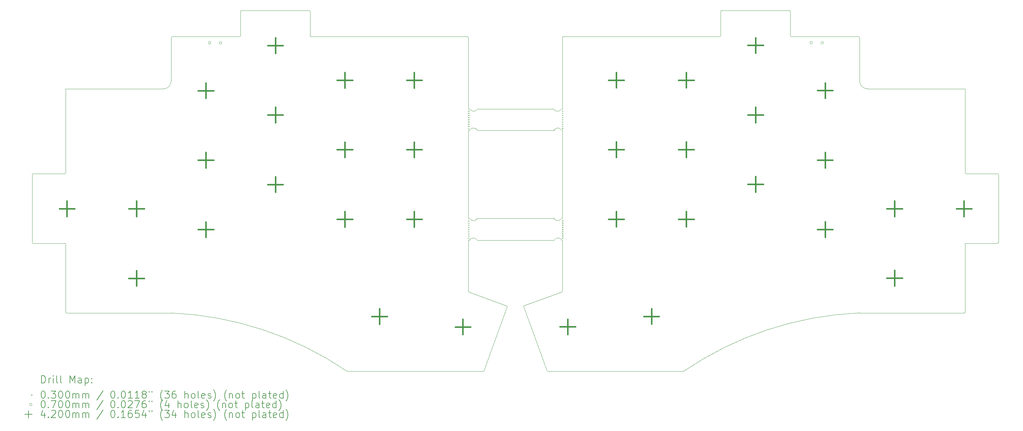
<source format=gbr>
%TF.GenerationSoftware,KiCad,Pcbnew,(6.0.11)*%
%TF.CreationDate,2023-05-08T18:46:19+08:00*%
%TF.ProjectId,DOOOPE,444f4f4f-5045-42e6-9b69-6361645f7063,Rev 1*%
%TF.SameCoordinates,Original*%
%TF.FileFunction,Drillmap*%
%TF.FilePolarity,Positive*%
%FSLAX45Y45*%
G04 Gerber Fmt 4.5, Leading zero omitted, Abs format (unit mm)*
G04 Created by KiCad (PCBNEW (6.0.11)) date 2023-05-08 18:46:19*
%MOMM*%
%LPD*%
G01*
G04 APERTURE LIST*
%ADD10C,0.100000*%
%ADD11C,0.200000*%
%ADD12C,0.030000*%
%ADD13C,0.070000*%
%ADD14C,0.420000*%
G04 APERTURE END LIST*
D10*
X27985893Y-10933742D02*
G75*
G03*
X28010893Y-10906235I-603J25662D01*
G01*
X16068393Y-10853166D02*
G75*
G03*
X15853393Y-10853166I-107500J-53900D01*
G01*
X16063393Y-7848166D02*
G75*
G03*
X15848393Y-7848166I-107500J-53900D01*
G01*
X20385893Y-5283742D02*
G75*
G03*
X20410893Y-5256235I-603J25662D01*
G01*
X2493393Y-12813166D02*
G75*
G03*
X2518393Y-12840666I25597J-1844D01*
G01*
X27070893Y-12838742D02*
G75*
G03*
X27095893Y-12811235I-603J25662D01*
G01*
X22343393Y-5283735D02*
X24183393Y-5283735D01*
X5405893Y-5285662D02*
G75*
G03*
X5378393Y-5310666I-1843J-25598D01*
G01*
X16083393Y-5311235D02*
X16083393Y-7260666D01*
X7245893Y-5285663D02*
G75*
G03*
X7273393Y-5260666I1847J25593D01*
G01*
X2493393Y-12813166D02*
X2493393Y-10963166D01*
X15840893Y-7260666D02*
G75*
G03*
X16055893Y-7260666I107500J53900D01*
G01*
X13505884Y-5313166D02*
G75*
G03*
X13480893Y-5285666I-25594J1846D01*
G01*
X7300893Y-4570662D02*
G75*
G03*
X7273393Y-4595666I-1843J-25598D01*
G01*
X13505893Y-7261916D02*
X13505893Y-5313166D01*
X28010895Y-9058735D02*
G75*
G03*
X27983393Y-9033735I-25655J-595D01*
G01*
X2493384Y-10963166D02*
G75*
G03*
X2468393Y-10935666I-25594J1846D01*
G01*
X13755893Y-7849416D02*
G75*
G03*
X13540893Y-7849416I-107500J-53900D01*
G01*
X16055893Y-7260666D02*
X16083393Y-7260666D01*
X13505893Y-7849416D02*
X13505893Y-10251916D01*
X13908393Y-14438168D02*
G75*
G03*
X13930893Y-14423166I1577J22009D01*
G01*
X27120893Y-10933734D02*
G75*
G03*
X27095893Y-10961235I597J-25657D01*
G01*
X15658393Y-14421235D02*
X15020893Y-12671235D01*
X27070893Y-12838735D02*
X24210893Y-12838735D01*
X13505893Y-10854416D02*
X13535893Y-10854416D01*
X9178384Y-4598166D02*
G75*
G03*
X9153393Y-4570666I-25594J1846D01*
G01*
X19398393Y-14433735D02*
X15680893Y-14436235D01*
X1605893Y-9035662D02*
G75*
G03*
X1578393Y-9060666I-1843J-25598D01*
G01*
X14568393Y-12673166D02*
X13930893Y-14423166D01*
X9178393Y-5258166D02*
G75*
G03*
X9203393Y-5285666I25597J-1844D01*
G01*
X13760893Y-7261916D02*
X15840893Y-7260666D01*
X14568392Y-12673166D02*
G75*
G03*
X14555893Y-12645666I-18952J7976D01*
G01*
X15848393Y-10250666D02*
G75*
G03*
X16063393Y-10250666I107500J53900D01*
G01*
X27095893Y-10961235D02*
X27095893Y-12811235D01*
X22315896Y-5258735D02*
G75*
G03*
X22343393Y-5283735I25654J595D01*
G01*
X15658400Y-14421232D02*
G75*
G03*
X15680893Y-14436235I20920J7002D01*
G01*
X5405893Y-5285666D02*
X7245893Y-5285666D01*
X20435893Y-4568735D02*
X22288393Y-4568735D01*
X5378393Y-6495666D02*
X5378393Y-5310666D01*
X24420893Y-6708735D02*
X27095893Y-6708735D01*
X13755893Y-10251916D02*
X15848393Y-10250666D01*
X2468393Y-10935666D02*
X1603393Y-10935666D01*
X13750893Y-10854416D02*
X15853393Y-10853166D01*
X24210893Y-6493735D02*
G75*
G03*
X24420893Y-6708735I205717J-9125D01*
G01*
X20435893Y-4568734D02*
G75*
G03*
X20410893Y-4596235I597J-25657D01*
G01*
X1578393Y-10908166D02*
X1578393Y-9060666D01*
X13755893Y-7849416D02*
X15848393Y-7848166D01*
X22315893Y-4593735D02*
X22315893Y-5258735D01*
X13548393Y-7261916D02*
G75*
G03*
X13760893Y-7261916I106250J53273D01*
G01*
X24210895Y-5308735D02*
G75*
G03*
X24183393Y-5283735I-25655J-595D01*
G01*
X9203393Y-5285666D02*
X13480893Y-5285666D01*
X2493393Y-6710666D02*
X5168393Y-6710666D01*
X22315895Y-4593735D02*
G75*
G03*
X22288393Y-4568735I-25655J-595D01*
G01*
X2493393Y-9010666D02*
X2493393Y-6710666D01*
X27095896Y-9008735D02*
G75*
G03*
X27123393Y-9033735I25654J595D01*
G01*
X15033390Y-12643727D02*
G75*
G03*
X15020893Y-12671235I6450J-19523D01*
G01*
X24210893Y-5308735D02*
X24210893Y-6493735D01*
X13505893Y-7261916D02*
X13548393Y-7261916D01*
X16108393Y-5283735D02*
X20385893Y-5283735D01*
X16108393Y-5283734D02*
G75*
G03*
X16083393Y-5311235I597J-25657D01*
G01*
X5378393Y-12840666D02*
X2518393Y-12840666D01*
X27985893Y-10933735D02*
X27120893Y-10933735D01*
X1605893Y-9035666D02*
X2465893Y-9035666D01*
X13505893Y-7849416D02*
X13540893Y-7849416D01*
X10190893Y-14435666D02*
G75*
G03*
X5378393Y-12840666I-5200846J-7634471D01*
G01*
X16063393Y-10250666D02*
X16083393Y-10250666D01*
X28010893Y-9058735D02*
X28010893Y-10906235D01*
X20410893Y-5256235D02*
X20410893Y-4596235D01*
X27095893Y-6708735D02*
X27095893Y-9008735D01*
X13505893Y-10854416D02*
X13505893Y-12238166D01*
X13505893Y-10251916D02*
X13540893Y-10251916D01*
X24210893Y-12838735D02*
G75*
G03*
X19398393Y-14433735I388347J-9229475D01*
G01*
X2465893Y-9035663D02*
G75*
G03*
X2493393Y-9010666I1847J25593D01*
G01*
X16063394Y-12266238D02*
G75*
G03*
X16083393Y-12236235I-10414J28608D01*
G01*
X16063393Y-7848166D02*
X16083393Y-7848166D01*
X9178393Y-4598166D02*
X9178393Y-5258166D01*
X13505898Y-12238167D02*
G75*
G03*
X13525893Y-12268166I30922J-1053D01*
G01*
X13750893Y-10854416D02*
G75*
G03*
X13535893Y-10854416I-107500J-53900D01*
G01*
X27123393Y-9033735D02*
X27983393Y-9033735D01*
X16083393Y-10853166D02*
X16083393Y-12236235D01*
X13525893Y-12268166D02*
X14555893Y-12645666D01*
X7300893Y-4570666D02*
X9153393Y-4570666D01*
X7273393Y-5260666D02*
X7273393Y-4595666D01*
X13908393Y-14438166D02*
X10190893Y-14435666D01*
X5168393Y-6710671D02*
G75*
G03*
X5378393Y-6495666I4277J205881D01*
G01*
X13540893Y-10251916D02*
G75*
G03*
X13755893Y-10251916I107500J53900D01*
G01*
X15033393Y-12643735D02*
X16063393Y-12266235D01*
X16083393Y-7848166D02*
X16083393Y-10250666D01*
X16068393Y-10853166D02*
X16083393Y-10853166D01*
X1578393Y-10908166D02*
G75*
G03*
X1603393Y-10935666I25597J-1844D01*
G01*
D11*
D12*
X13500893Y-7304416D02*
X13530893Y-7334416D01*
X13530893Y-7304416D02*
X13500893Y-7334416D01*
X13500893Y-7363791D02*
X13530893Y-7393791D01*
X13530893Y-7363791D02*
X13500893Y-7393791D01*
X13500893Y-7423166D02*
X13530893Y-7453166D01*
X13530893Y-7423166D02*
X13500893Y-7453166D01*
X13500893Y-7482541D02*
X13530893Y-7512541D01*
X13530893Y-7482541D02*
X13500893Y-7512541D01*
X13500893Y-7541916D02*
X13530893Y-7571916D01*
X13530893Y-7541916D02*
X13500893Y-7571916D01*
X13500893Y-7601291D02*
X13530893Y-7631291D01*
X13530893Y-7601291D02*
X13500893Y-7631291D01*
X13500893Y-7660666D02*
X13530893Y-7690666D01*
X13530893Y-7660666D02*
X13500893Y-7690666D01*
X13500893Y-7720041D02*
X13530893Y-7750041D01*
X13530893Y-7720041D02*
X13500893Y-7750041D01*
X13500893Y-7779416D02*
X13530893Y-7809416D01*
X13530893Y-7779416D02*
X13500893Y-7809416D01*
X13500893Y-10304416D02*
X13530893Y-10334416D01*
X13530893Y-10304416D02*
X13500893Y-10334416D01*
X13500893Y-10363791D02*
X13530893Y-10393791D01*
X13530893Y-10363791D02*
X13500893Y-10393791D01*
X13500893Y-10423166D02*
X13530893Y-10453166D01*
X13530893Y-10423166D02*
X13500893Y-10453166D01*
X13500893Y-10482541D02*
X13530893Y-10512541D01*
X13530893Y-10482541D02*
X13500893Y-10512541D01*
X13500893Y-10541916D02*
X13530893Y-10571916D01*
X13530893Y-10541916D02*
X13500893Y-10571916D01*
X13500893Y-10601291D02*
X13530893Y-10631291D01*
X13530893Y-10601291D02*
X13500893Y-10631291D01*
X13500893Y-10660666D02*
X13530893Y-10690666D01*
X13530893Y-10660666D02*
X13500893Y-10690666D01*
X13500893Y-10720041D02*
X13530893Y-10750041D01*
X13530893Y-10720041D02*
X13500893Y-10750041D01*
X13500893Y-10779416D02*
X13530893Y-10809416D01*
X13530893Y-10779416D02*
X13500893Y-10809416D01*
X16070893Y-7304416D02*
X16100893Y-7334416D01*
X16100893Y-7304416D02*
X16070893Y-7334416D01*
X16070893Y-7363791D02*
X16100893Y-7393791D01*
X16100893Y-7363791D02*
X16070893Y-7393791D01*
X16070893Y-7423166D02*
X16100893Y-7453166D01*
X16100893Y-7423166D02*
X16070893Y-7453166D01*
X16070893Y-7482541D02*
X16100893Y-7512541D01*
X16100893Y-7482541D02*
X16070893Y-7512541D01*
X16070893Y-7541916D02*
X16100893Y-7571916D01*
X16100893Y-7541916D02*
X16070893Y-7571916D01*
X16070893Y-7601291D02*
X16100893Y-7631291D01*
X16100893Y-7601291D02*
X16070893Y-7631291D01*
X16070893Y-7660666D02*
X16100893Y-7690666D01*
X16100893Y-7660666D02*
X16070893Y-7690666D01*
X16070893Y-7720041D02*
X16100893Y-7750041D01*
X16100893Y-7720041D02*
X16070893Y-7750041D01*
X16070893Y-7779416D02*
X16100893Y-7809416D01*
X16100893Y-7779416D02*
X16070893Y-7809416D01*
X16070893Y-10304416D02*
X16100893Y-10334416D01*
X16100893Y-10304416D02*
X16070893Y-10334416D01*
X16070893Y-10363791D02*
X16100893Y-10393791D01*
X16100893Y-10363791D02*
X16070893Y-10393791D01*
X16070893Y-10423166D02*
X16100893Y-10453166D01*
X16100893Y-10423166D02*
X16070893Y-10453166D01*
X16070893Y-10482541D02*
X16100893Y-10512541D01*
X16100893Y-10482541D02*
X16070893Y-10512541D01*
X16070893Y-10541916D02*
X16100893Y-10571916D01*
X16100893Y-10541916D02*
X16070893Y-10571916D01*
X16070893Y-10601291D02*
X16100893Y-10631291D01*
X16100893Y-10601291D02*
X16070893Y-10631291D01*
X16070893Y-10660666D02*
X16100893Y-10690666D01*
X16100893Y-10660666D02*
X16070893Y-10690666D01*
X16070893Y-10720041D02*
X16100893Y-10750041D01*
X16100893Y-10720041D02*
X16070893Y-10750041D01*
X16070893Y-10779416D02*
X16100893Y-10809416D01*
X16100893Y-10779416D02*
X16070893Y-10809416D01*
D13*
X6463393Y-5451666D02*
G75*
G03*
X6463393Y-5451666I-35000J0D01*
G01*
X6763393Y-5456666D02*
G75*
G03*
X6763393Y-5456666I-35000J0D01*
G01*
X22920893Y-5449166D02*
G75*
G03*
X22920893Y-5449166I-35000J0D01*
G01*
X23220893Y-5454166D02*
G75*
G03*
X23220893Y-5454166I-35000J0D01*
G01*
D14*
X2528393Y-9780666D02*
X2528393Y-10200666D01*
X2318393Y-9990666D02*
X2738393Y-9990666D01*
X4428393Y-9780666D02*
X4428393Y-10200666D01*
X4218393Y-9990666D02*
X4638393Y-9990666D01*
X4428393Y-11680666D02*
X4428393Y-12100666D01*
X4218393Y-11890666D02*
X4638393Y-11890666D01*
X6328393Y-6550666D02*
X6328393Y-6970666D01*
X6118393Y-6760666D02*
X6538393Y-6760666D01*
X6328393Y-8450666D02*
X6328393Y-8870666D01*
X6118393Y-8660666D02*
X6538393Y-8660666D01*
X6328393Y-10350666D02*
X6328393Y-10770666D01*
X6118393Y-10560666D02*
X6538393Y-10560666D01*
X8228393Y-5315666D02*
X8228393Y-5735666D01*
X8018393Y-5525666D02*
X8438393Y-5525666D01*
X8228393Y-7215666D02*
X8228393Y-7635666D01*
X8018393Y-7425666D02*
X8438393Y-7425666D01*
X8228393Y-9115666D02*
X8228393Y-9535666D01*
X8018393Y-9325666D02*
X8438393Y-9325666D01*
X10128393Y-6265666D02*
X10128393Y-6685666D01*
X9918393Y-6475666D02*
X10338393Y-6475666D01*
X10128393Y-8165666D02*
X10128393Y-8585666D01*
X9918393Y-8375666D02*
X10338393Y-8375666D01*
X10128393Y-10065666D02*
X10128393Y-10485666D01*
X9918393Y-10275666D02*
X10338393Y-10275666D01*
X11078393Y-12725666D02*
X11078393Y-13145666D01*
X10868393Y-12935666D02*
X11288393Y-12935666D01*
X12028393Y-6265666D02*
X12028393Y-6685666D01*
X11818393Y-6475666D02*
X12238393Y-6475666D01*
X12028393Y-8165666D02*
X12028393Y-8585666D01*
X11818393Y-8375666D02*
X12238393Y-8375666D01*
X12028393Y-10065666D02*
X12028393Y-10485666D01*
X11818393Y-10275666D02*
X12238393Y-10275666D01*
X13358393Y-13010666D02*
X13358393Y-13430666D01*
X13148393Y-13220666D02*
X13568393Y-13220666D01*
X16224643Y-13008166D02*
X16224643Y-13428166D01*
X16014643Y-13218166D02*
X16434643Y-13218166D01*
X17554643Y-6263166D02*
X17554643Y-6683166D01*
X17344643Y-6473166D02*
X17764643Y-6473166D01*
X17554643Y-8163166D02*
X17554643Y-8583166D01*
X17344643Y-8373166D02*
X17764643Y-8373166D01*
X17554643Y-10063166D02*
X17554643Y-10483166D01*
X17344643Y-10273166D02*
X17764643Y-10273166D01*
X18515893Y-12723166D02*
X18515893Y-13143166D01*
X18305893Y-12933166D02*
X18725893Y-12933166D01*
X19465893Y-6263166D02*
X19465893Y-6683166D01*
X19255893Y-6473166D02*
X19675893Y-6473166D01*
X19465893Y-8163166D02*
X19465893Y-8583166D01*
X19255893Y-8373166D02*
X19675893Y-8373166D01*
X19465893Y-10063166D02*
X19465893Y-10483166D01*
X19255893Y-10273166D02*
X19675893Y-10273166D01*
X21365893Y-5313166D02*
X21365893Y-5733166D01*
X21155893Y-5523166D02*
X21575893Y-5523166D01*
X21365893Y-7213166D02*
X21365893Y-7633166D01*
X21155893Y-7423166D02*
X21575893Y-7423166D01*
X21365893Y-9113166D02*
X21365893Y-9533166D01*
X21155893Y-9323166D02*
X21575893Y-9323166D01*
X23265893Y-6548166D02*
X23265893Y-6968166D01*
X23055893Y-6758166D02*
X23475893Y-6758166D01*
X23265893Y-8448166D02*
X23265893Y-8868166D01*
X23055893Y-8658166D02*
X23475893Y-8658166D01*
X23265893Y-10348166D02*
X23265893Y-10768166D01*
X23055893Y-10558166D02*
X23475893Y-10558166D01*
X25165893Y-9778166D02*
X25165893Y-10198166D01*
X24955893Y-9988166D02*
X25375893Y-9988166D01*
X25165893Y-11678166D02*
X25165893Y-12098166D01*
X24955893Y-11888166D02*
X25375893Y-11888166D01*
X27065893Y-9778166D02*
X27065893Y-10198166D01*
X26855893Y-9988166D02*
X27275893Y-9988166D01*
D11*
X1830946Y-14753701D02*
X1830946Y-14553701D01*
X1878565Y-14553701D01*
X1907136Y-14563225D01*
X1926184Y-14582272D01*
X1935708Y-14601320D01*
X1945231Y-14639415D01*
X1945231Y-14667987D01*
X1935708Y-14706082D01*
X1926184Y-14725130D01*
X1907136Y-14744177D01*
X1878565Y-14753701D01*
X1830946Y-14753701D01*
X2030946Y-14753701D02*
X2030946Y-14620368D01*
X2030946Y-14658463D02*
X2040469Y-14639415D01*
X2049993Y-14629891D01*
X2069041Y-14620368D01*
X2088089Y-14620368D01*
X2154755Y-14753701D02*
X2154755Y-14620368D01*
X2154755Y-14553701D02*
X2145231Y-14563225D01*
X2154755Y-14572749D01*
X2164279Y-14563225D01*
X2154755Y-14553701D01*
X2154755Y-14572749D01*
X2278565Y-14753701D02*
X2259517Y-14744177D01*
X2249993Y-14725130D01*
X2249993Y-14553701D01*
X2383327Y-14753701D02*
X2364279Y-14744177D01*
X2354755Y-14725130D01*
X2354755Y-14553701D01*
X2611898Y-14753701D02*
X2611898Y-14553701D01*
X2678565Y-14696558D01*
X2745231Y-14553701D01*
X2745231Y-14753701D01*
X2926184Y-14753701D02*
X2926184Y-14648939D01*
X2916660Y-14629891D01*
X2897612Y-14620368D01*
X2859517Y-14620368D01*
X2840469Y-14629891D01*
X2926184Y-14744177D02*
X2907136Y-14753701D01*
X2859517Y-14753701D01*
X2840469Y-14744177D01*
X2830946Y-14725130D01*
X2830946Y-14706082D01*
X2840469Y-14687034D01*
X2859517Y-14677511D01*
X2907136Y-14677511D01*
X2926184Y-14667987D01*
X3021422Y-14620368D02*
X3021422Y-14820368D01*
X3021422Y-14629891D02*
X3040469Y-14620368D01*
X3078565Y-14620368D01*
X3097612Y-14629891D01*
X3107136Y-14639415D01*
X3116660Y-14658463D01*
X3116660Y-14715606D01*
X3107136Y-14734653D01*
X3097612Y-14744177D01*
X3078565Y-14753701D01*
X3040469Y-14753701D01*
X3021422Y-14744177D01*
X3202374Y-14734653D02*
X3211898Y-14744177D01*
X3202374Y-14753701D01*
X3192850Y-14744177D01*
X3202374Y-14734653D01*
X3202374Y-14753701D01*
X3202374Y-14629891D02*
X3211898Y-14639415D01*
X3202374Y-14648939D01*
X3192850Y-14639415D01*
X3202374Y-14629891D01*
X3202374Y-14648939D01*
D12*
X1543327Y-15068225D02*
X1573327Y-15098225D01*
X1573327Y-15068225D02*
X1543327Y-15098225D01*
D11*
X1869041Y-14973701D02*
X1888089Y-14973701D01*
X1907136Y-14983225D01*
X1916660Y-14992749D01*
X1926184Y-15011796D01*
X1935708Y-15049891D01*
X1935708Y-15097511D01*
X1926184Y-15135606D01*
X1916660Y-15154653D01*
X1907136Y-15164177D01*
X1888089Y-15173701D01*
X1869041Y-15173701D01*
X1849993Y-15164177D01*
X1840469Y-15154653D01*
X1830946Y-15135606D01*
X1821422Y-15097511D01*
X1821422Y-15049891D01*
X1830946Y-15011796D01*
X1840469Y-14992749D01*
X1849993Y-14983225D01*
X1869041Y-14973701D01*
X2021422Y-15154653D02*
X2030946Y-15164177D01*
X2021422Y-15173701D01*
X2011898Y-15164177D01*
X2021422Y-15154653D01*
X2021422Y-15173701D01*
X2097612Y-14973701D02*
X2221422Y-14973701D01*
X2154755Y-15049891D01*
X2183327Y-15049891D01*
X2202374Y-15059415D01*
X2211898Y-15068939D01*
X2221422Y-15087987D01*
X2221422Y-15135606D01*
X2211898Y-15154653D01*
X2202374Y-15164177D01*
X2183327Y-15173701D01*
X2126184Y-15173701D01*
X2107136Y-15164177D01*
X2097612Y-15154653D01*
X2345231Y-14973701D02*
X2364279Y-14973701D01*
X2383327Y-14983225D01*
X2392851Y-14992749D01*
X2402374Y-15011796D01*
X2411898Y-15049891D01*
X2411898Y-15097511D01*
X2402374Y-15135606D01*
X2392851Y-15154653D01*
X2383327Y-15164177D01*
X2364279Y-15173701D01*
X2345231Y-15173701D01*
X2326184Y-15164177D01*
X2316660Y-15154653D01*
X2307136Y-15135606D01*
X2297612Y-15097511D01*
X2297612Y-15049891D01*
X2307136Y-15011796D01*
X2316660Y-14992749D01*
X2326184Y-14983225D01*
X2345231Y-14973701D01*
X2535708Y-14973701D02*
X2554755Y-14973701D01*
X2573803Y-14983225D01*
X2583327Y-14992749D01*
X2592851Y-15011796D01*
X2602374Y-15049891D01*
X2602374Y-15097511D01*
X2592851Y-15135606D01*
X2583327Y-15154653D01*
X2573803Y-15164177D01*
X2554755Y-15173701D01*
X2535708Y-15173701D01*
X2516660Y-15164177D01*
X2507136Y-15154653D01*
X2497612Y-15135606D01*
X2488089Y-15097511D01*
X2488089Y-15049891D01*
X2497612Y-15011796D01*
X2507136Y-14992749D01*
X2516660Y-14983225D01*
X2535708Y-14973701D01*
X2688089Y-15173701D02*
X2688089Y-15040368D01*
X2688089Y-15059415D02*
X2697612Y-15049891D01*
X2716660Y-15040368D01*
X2745231Y-15040368D01*
X2764279Y-15049891D01*
X2773803Y-15068939D01*
X2773803Y-15173701D01*
X2773803Y-15068939D02*
X2783327Y-15049891D01*
X2802374Y-15040368D01*
X2830946Y-15040368D01*
X2849993Y-15049891D01*
X2859517Y-15068939D01*
X2859517Y-15173701D01*
X2954755Y-15173701D02*
X2954755Y-15040368D01*
X2954755Y-15059415D02*
X2964279Y-15049891D01*
X2983327Y-15040368D01*
X3011898Y-15040368D01*
X3030946Y-15049891D01*
X3040469Y-15068939D01*
X3040469Y-15173701D01*
X3040469Y-15068939D02*
X3049993Y-15049891D01*
X3069041Y-15040368D01*
X3097612Y-15040368D01*
X3116660Y-15049891D01*
X3126184Y-15068939D01*
X3126184Y-15173701D01*
X3516660Y-14964177D02*
X3345231Y-15221320D01*
X3773803Y-14973701D02*
X3792850Y-14973701D01*
X3811898Y-14983225D01*
X3821422Y-14992749D01*
X3830946Y-15011796D01*
X3840469Y-15049891D01*
X3840469Y-15097511D01*
X3830946Y-15135606D01*
X3821422Y-15154653D01*
X3811898Y-15164177D01*
X3792850Y-15173701D01*
X3773803Y-15173701D01*
X3754755Y-15164177D01*
X3745231Y-15154653D01*
X3735708Y-15135606D01*
X3726184Y-15097511D01*
X3726184Y-15049891D01*
X3735708Y-15011796D01*
X3745231Y-14992749D01*
X3754755Y-14983225D01*
X3773803Y-14973701D01*
X3926184Y-15154653D02*
X3935708Y-15164177D01*
X3926184Y-15173701D01*
X3916660Y-15164177D01*
X3926184Y-15154653D01*
X3926184Y-15173701D01*
X4059517Y-14973701D02*
X4078565Y-14973701D01*
X4097612Y-14983225D01*
X4107136Y-14992749D01*
X4116660Y-15011796D01*
X4126184Y-15049891D01*
X4126184Y-15097511D01*
X4116660Y-15135606D01*
X4107136Y-15154653D01*
X4097612Y-15164177D01*
X4078565Y-15173701D01*
X4059517Y-15173701D01*
X4040469Y-15164177D01*
X4030946Y-15154653D01*
X4021422Y-15135606D01*
X4011898Y-15097511D01*
X4011898Y-15049891D01*
X4021422Y-15011796D01*
X4030946Y-14992749D01*
X4040469Y-14983225D01*
X4059517Y-14973701D01*
X4316660Y-15173701D02*
X4202374Y-15173701D01*
X4259517Y-15173701D02*
X4259517Y-14973701D01*
X4240470Y-15002272D01*
X4221422Y-15021320D01*
X4202374Y-15030844D01*
X4507136Y-15173701D02*
X4392851Y-15173701D01*
X4449993Y-15173701D02*
X4449993Y-14973701D01*
X4430946Y-15002272D01*
X4411898Y-15021320D01*
X4392851Y-15030844D01*
X4621422Y-15059415D02*
X4602374Y-15049891D01*
X4592851Y-15040368D01*
X4583327Y-15021320D01*
X4583327Y-15011796D01*
X4592851Y-14992749D01*
X4602374Y-14983225D01*
X4621422Y-14973701D01*
X4659517Y-14973701D01*
X4678565Y-14983225D01*
X4688089Y-14992749D01*
X4697612Y-15011796D01*
X4697612Y-15021320D01*
X4688089Y-15040368D01*
X4678565Y-15049891D01*
X4659517Y-15059415D01*
X4621422Y-15059415D01*
X4602374Y-15068939D01*
X4592851Y-15078463D01*
X4583327Y-15097511D01*
X4583327Y-15135606D01*
X4592851Y-15154653D01*
X4602374Y-15164177D01*
X4621422Y-15173701D01*
X4659517Y-15173701D01*
X4678565Y-15164177D01*
X4688089Y-15154653D01*
X4697612Y-15135606D01*
X4697612Y-15097511D01*
X4688089Y-15078463D01*
X4678565Y-15068939D01*
X4659517Y-15059415D01*
X4773803Y-14973701D02*
X4773803Y-15011796D01*
X4849993Y-14973701D02*
X4849993Y-15011796D01*
X5145231Y-15249891D02*
X5135708Y-15240368D01*
X5116660Y-15211796D01*
X5107136Y-15192749D01*
X5097612Y-15164177D01*
X5088089Y-15116558D01*
X5088089Y-15078463D01*
X5097612Y-15030844D01*
X5107136Y-15002272D01*
X5116660Y-14983225D01*
X5135708Y-14954653D01*
X5145231Y-14945130D01*
X5202374Y-14973701D02*
X5326184Y-14973701D01*
X5259517Y-15049891D01*
X5288089Y-15049891D01*
X5307136Y-15059415D01*
X5316660Y-15068939D01*
X5326184Y-15087987D01*
X5326184Y-15135606D01*
X5316660Y-15154653D01*
X5307136Y-15164177D01*
X5288089Y-15173701D01*
X5230946Y-15173701D01*
X5211898Y-15164177D01*
X5202374Y-15154653D01*
X5497612Y-14973701D02*
X5459517Y-14973701D01*
X5440470Y-14983225D01*
X5430946Y-14992749D01*
X5411898Y-15021320D01*
X5402374Y-15059415D01*
X5402374Y-15135606D01*
X5411898Y-15154653D01*
X5421422Y-15164177D01*
X5440470Y-15173701D01*
X5478565Y-15173701D01*
X5497612Y-15164177D01*
X5507136Y-15154653D01*
X5516660Y-15135606D01*
X5516660Y-15087987D01*
X5507136Y-15068939D01*
X5497612Y-15059415D01*
X5478565Y-15049891D01*
X5440470Y-15049891D01*
X5421422Y-15059415D01*
X5411898Y-15068939D01*
X5402374Y-15087987D01*
X5754755Y-15173701D02*
X5754755Y-14973701D01*
X5840469Y-15173701D02*
X5840469Y-15068939D01*
X5830946Y-15049891D01*
X5811898Y-15040368D01*
X5783327Y-15040368D01*
X5764279Y-15049891D01*
X5754755Y-15059415D01*
X5964279Y-15173701D02*
X5945231Y-15164177D01*
X5935708Y-15154653D01*
X5926184Y-15135606D01*
X5926184Y-15078463D01*
X5935708Y-15059415D01*
X5945231Y-15049891D01*
X5964279Y-15040368D01*
X5992850Y-15040368D01*
X6011898Y-15049891D01*
X6021422Y-15059415D01*
X6030946Y-15078463D01*
X6030946Y-15135606D01*
X6021422Y-15154653D01*
X6011898Y-15164177D01*
X5992850Y-15173701D01*
X5964279Y-15173701D01*
X6145231Y-15173701D02*
X6126184Y-15164177D01*
X6116660Y-15145130D01*
X6116660Y-14973701D01*
X6297612Y-15164177D02*
X6278565Y-15173701D01*
X6240469Y-15173701D01*
X6221422Y-15164177D01*
X6211898Y-15145130D01*
X6211898Y-15068939D01*
X6221422Y-15049891D01*
X6240469Y-15040368D01*
X6278565Y-15040368D01*
X6297612Y-15049891D01*
X6307136Y-15068939D01*
X6307136Y-15087987D01*
X6211898Y-15107034D01*
X6383327Y-15164177D02*
X6402374Y-15173701D01*
X6440469Y-15173701D01*
X6459517Y-15164177D01*
X6469041Y-15145130D01*
X6469041Y-15135606D01*
X6459517Y-15116558D01*
X6440469Y-15107034D01*
X6411898Y-15107034D01*
X6392850Y-15097511D01*
X6383327Y-15078463D01*
X6383327Y-15068939D01*
X6392850Y-15049891D01*
X6411898Y-15040368D01*
X6440469Y-15040368D01*
X6459517Y-15049891D01*
X6535708Y-15249891D02*
X6545231Y-15240368D01*
X6564279Y-15211796D01*
X6573803Y-15192749D01*
X6583327Y-15164177D01*
X6592850Y-15116558D01*
X6592850Y-15078463D01*
X6583327Y-15030844D01*
X6573803Y-15002272D01*
X6564279Y-14983225D01*
X6545231Y-14954653D01*
X6535708Y-14945130D01*
X6897612Y-15249891D02*
X6888089Y-15240368D01*
X6869041Y-15211796D01*
X6859517Y-15192749D01*
X6849993Y-15164177D01*
X6840469Y-15116558D01*
X6840469Y-15078463D01*
X6849993Y-15030844D01*
X6859517Y-15002272D01*
X6869041Y-14983225D01*
X6888089Y-14954653D01*
X6897612Y-14945130D01*
X6973803Y-15040368D02*
X6973803Y-15173701D01*
X6973803Y-15059415D02*
X6983327Y-15049891D01*
X7002374Y-15040368D01*
X7030946Y-15040368D01*
X7049993Y-15049891D01*
X7059517Y-15068939D01*
X7059517Y-15173701D01*
X7183327Y-15173701D02*
X7164279Y-15164177D01*
X7154755Y-15154653D01*
X7145231Y-15135606D01*
X7145231Y-15078463D01*
X7154755Y-15059415D01*
X7164279Y-15049891D01*
X7183327Y-15040368D01*
X7211898Y-15040368D01*
X7230946Y-15049891D01*
X7240469Y-15059415D01*
X7249993Y-15078463D01*
X7249993Y-15135606D01*
X7240469Y-15154653D01*
X7230946Y-15164177D01*
X7211898Y-15173701D01*
X7183327Y-15173701D01*
X7307136Y-15040368D02*
X7383327Y-15040368D01*
X7335708Y-14973701D02*
X7335708Y-15145130D01*
X7345231Y-15164177D01*
X7364279Y-15173701D01*
X7383327Y-15173701D01*
X7602374Y-15040368D02*
X7602374Y-15240368D01*
X7602374Y-15049891D02*
X7621422Y-15040368D01*
X7659517Y-15040368D01*
X7678565Y-15049891D01*
X7688089Y-15059415D01*
X7697612Y-15078463D01*
X7697612Y-15135606D01*
X7688089Y-15154653D01*
X7678565Y-15164177D01*
X7659517Y-15173701D01*
X7621422Y-15173701D01*
X7602374Y-15164177D01*
X7811898Y-15173701D02*
X7792850Y-15164177D01*
X7783327Y-15145130D01*
X7783327Y-14973701D01*
X7973803Y-15173701D02*
X7973803Y-15068939D01*
X7964279Y-15049891D01*
X7945231Y-15040368D01*
X7907136Y-15040368D01*
X7888089Y-15049891D01*
X7973803Y-15164177D02*
X7954755Y-15173701D01*
X7907136Y-15173701D01*
X7888089Y-15164177D01*
X7878565Y-15145130D01*
X7878565Y-15126082D01*
X7888089Y-15107034D01*
X7907136Y-15097511D01*
X7954755Y-15097511D01*
X7973803Y-15087987D01*
X8040469Y-15040368D02*
X8116660Y-15040368D01*
X8069041Y-14973701D02*
X8069041Y-15145130D01*
X8078565Y-15164177D01*
X8097612Y-15173701D01*
X8116660Y-15173701D01*
X8259517Y-15164177D02*
X8240469Y-15173701D01*
X8202374Y-15173701D01*
X8183327Y-15164177D01*
X8173803Y-15145130D01*
X8173803Y-15068939D01*
X8183327Y-15049891D01*
X8202374Y-15040368D01*
X8240469Y-15040368D01*
X8259517Y-15049891D01*
X8269041Y-15068939D01*
X8269041Y-15087987D01*
X8173803Y-15107034D01*
X8440470Y-15173701D02*
X8440470Y-14973701D01*
X8440470Y-15164177D02*
X8421422Y-15173701D01*
X8383327Y-15173701D01*
X8364279Y-15164177D01*
X8354755Y-15154653D01*
X8345231Y-15135606D01*
X8345231Y-15078463D01*
X8354755Y-15059415D01*
X8364279Y-15049891D01*
X8383327Y-15040368D01*
X8421422Y-15040368D01*
X8440470Y-15049891D01*
X8516660Y-15249891D02*
X8526184Y-15240368D01*
X8545231Y-15211796D01*
X8554755Y-15192749D01*
X8564279Y-15164177D01*
X8573803Y-15116558D01*
X8573803Y-15078463D01*
X8564279Y-15030844D01*
X8554755Y-15002272D01*
X8545231Y-14983225D01*
X8526184Y-14954653D01*
X8516660Y-14945130D01*
D13*
X1573327Y-15347225D02*
G75*
G03*
X1573327Y-15347225I-35000J0D01*
G01*
D11*
X1869041Y-15237701D02*
X1888089Y-15237701D01*
X1907136Y-15247225D01*
X1916660Y-15256749D01*
X1926184Y-15275796D01*
X1935708Y-15313891D01*
X1935708Y-15361511D01*
X1926184Y-15399606D01*
X1916660Y-15418653D01*
X1907136Y-15428177D01*
X1888089Y-15437701D01*
X1869041Y-15437701D01*
X1849993Y-15428177D01*
X1840469Y-15418653D01*
X1830946Y-15399606D01*
X1821422Y-15361511D01*
X1821422Y-15313891D01*
X1830946Y-15275796D01*
X1840469Y-15256749D01*
X1849993Y-15247225D01*
X1869041Y-15237701D01*
X2021422Y-15418653D02*
X2030946Y-15428177D01*
X2021422Y-15437701D01*
X2011898Y-15428177D01*
X2021422Y-15418653D01*
X2021422Y-15437701D01*
X2097612Y-15237701D02*
X2230946Y-15237701D01*
X2145231Y-15437701D01*
X2345231Y-15237701D02*
X2364279Y-15237701D01*
X2383327Y-15247225D01*
X2392851Y-15256749D01*
X2402374Y-15275796D01*
X2411898Y-15313891D01*
X2411898Y-15361511D01*
X2402374Y-15399606D01*
X2392851Y-15418653D01*
X2383327Y-15428177D01*
X2364279Y-15437701D01*
X2345231Y-15437701D01*
X2326184Y-15428177D01*
X2316660Y-15418653D01*
X2307136Y-15399606D01*
X2297612Y-15361511D01*
X2297612Y-15313891D01*
X2307136Y-15275796D01*
X2316660Y-15256749D01*
X2326184Y-15247225D01*
X2345231Y-15237701D01*
X2535708Y-15237701D02*
X2554755Y-15237701D01*
X2573803Y-15247225D01*
X2583327Y-15256749D01*
X2592851Y-15275796D01*
X2602374Y-15313891D01*
X2602374Y-15361511D01*
X2592851Y-15399606D01*
X2583327Y-15418653D01*
X2573803Y-15428177D01*
X2554755Y-15437701D01*
X2535708Y-15437701D01*
X2516660Y-15428177D01*
X2507136Y-15418653D01*
X2497612Y-15399606D01*
X2488089Y-15361511D01*
X2488089Y-15313891D01*
X2497612Y-15275796D01*
X2507136Y-15256749D01*
X2516660Y-15247225D01*
X2535708Y-15237701D01*
X2688089Y-15437701D02*
X2688089Y-15304368D01*
X2688089Y-15323415D02*
X2697612Y-15313891D01*
X2716660Y-15304368D01*
X2745231Y-15304368D01*
X2764279Y-15313891D01*
X2773803Y-15332939D01*
X2773803Y-15437701D01*
X2773803Y-15332939D02*
X2783327Y-15313891D01*
X2802374Y-15304368D01*
X2830946Y-15304368D01*
X2849993Y-15313891D01*
X2859517Y-15332939D01*
X2859517Y-15437701D01*
X2954755Y-15437701D02*
X2954755Y-15304368D01*
X2954755Y-15323415D02*
X2964279Y-15313891D01*
X2983327Y-15304368D01*
X3011898Y-15304368D01*
X3030946Y-15313891D01*
X3040469Y-15332939D01*
X3040469Y-15437701D01*
X3040469Y-15332939D02*
X3049993Y-15313891D01*
X3069041Y-15304368D01*
X3097612Y-15304368D01*
X3116660Y-15313891D01*
X3126184Y-15332939D01*
X3126184Y-15437701D01*
X3516660Y-15228177D02*
X3345231Y-15485320D01*
X3773803Y-15237701D02*
X3792850Y-15237701D01*
X3811898Y-15247225D01*
X3821422Y-15256749D01*
X3830946Y-15275796D01*
X3840469Y-15313891D01*
X3840469Y-15361511D01*
X3830946Y-15399606D01*
X3821422Y-15418653D01*
X3811898Y-15428177D01*
X3792850Y-15437701D01*
X3773803Y-15437701D01*
X3754755Y-15428177D01*
X3745231Y-15418653D01*
X3735708Y-15399606D01*
X3726184Y-15361511D01*
X3726184Y-15313891D01*
X3735708Y-15275796D01*
X3745231Y-15256749D01*
X3754755Y-15247225D01*
X3773803Y-15237701D01*
X3926184Y-15418653D02*
X3935708Y-15428177D01*
X3926184Y-15437701D01*
X3916660Y-15428177D01*
X3926184Y-15418653D01*
X3926184Y-15437701D01*
X4059517Y-15237701D02*
X4078565Y-15237701D01*
X4097612Y-15247225D01*
X4107136Y-15256749D01*
X4116660Y-15275796D01*
X4126184Y-15313891D01*
X4126184Y-15361511D01*
X4116660Y-15399606D01*
X4107136Y-15418653D01*
X4097612Y-15428177D01*
X4078565Y-15437701D01*
X4059517Y-15437701D01*
X4040469Y-15428177D01*
X4030946Y-15418653D01*
X4021422Y-15399606D01*
X4011898Y-15361511D01*
X4011898Y-15313891D01*
X4021422Y-15275796D01*
X4030946Y-15256749D01*
X4040469Y-15247225D01*
X4059517Y-15237701D01*
X4202374Y-15256749D02*
X4211898Y-15247225D01*
X4230946Y-15237701D01*
X4278565Y-15237701D01*
X4297612Y-15247225D01*
X4307136Y-15256749D01*
X4316660Y-15275796D01*
X4316660Y-15294844D01*
X4307136Y-15323415D01*
X4192850Y-15437701D01*
X4316660Y-15437701D01*
X4383327Y-15237701D02*
X4516660Y-15237701D01*
X4430946Y-15437701D01*
X4678565Y-15237701D02*
X4640470Y-15237701D01*
X4621422Y-15247225D01*
X4611898Y-15256749D01*
X4592851Y-15285320D01*
X4583327Y-15323415D01*
X4583327Y-15399606D01*
X4592851Y-15418653D01*
X4602374Y-15428177D01*
X4621422Y-15437701D01*
X4659517Y-15437701D01*
X4678565Y-15428177D01*
X4688089Y-15418653D01*
X4697612Y-15399606D01*
X4697612Y-15351987D01*
X4688089Y-15332939D01*
X4678565Y-15323415D01*
X4659517Y-15313891D01*
X4621422Y-15313891D01*
X4602374Y-15323415D01*
X4592851Y-15332939D01*
X4583327Y-15351987D01*
X4773803Y-15237701D02*
X4773803Y-15275796D01*
X4849993Y-15237701D02*
X4849993Y-15275796D01*
X5145231Y-15513891D02*
X5135708Y-15504368D01*
X5116660Y-15475796D01*
X5107136Y-15456749D01*
X5097612Y-15428177D01*
X5088089Y-15380558D01*
X5088089Y-15342463D01*
X5097612Y-15294844D01*
X5107136Y-15266272D01*
X5116660Y-15247225D01*
X5135708Y-15218653D01*
X5145231Y-15209130D01*
X5307136Y-15304368D02*
X5307136Y-15437701D01*
X5259517Y-15228177D02*
X5211898Y-15371034D01*
X5335708Y-15371034D01*
X5564279Y-15437701D02*
X5564279Y-15237701D01*
X5649993Y-15437701D02*
X5649993Y-15332939D01*
X5640469Y-15313891D01*
X5621422Y-15304368D01*
X5592850Y-15304368D01*
X5573803Y-15313891D01*
X5564279Y-15323415D01*
X5773803Y-15437701D02*
X5754755Y-15428177D01*
X5745231Y-15418653D01*
X5735708Y-15399606D01*
X5735708Y-15342463D01*
X5745231Y-15323415D01*
X5754755Y-15313891D01*
X5773803Y-15304368D01*
X5802374Y-15304368D01*
X5821422Y-15313891D01*
X5830946Y-15323415D01*
X5840469Y-15342463D01*
X5840469Y-15399606D01*
X5830946Y-15418653D01*
X5821422Y-15428177D01*
X5802374Y-15437701D01*
X5773803Y-15437701D01*
X5954755Y-15437701D02*
X5935708Y-15428177D01*
X5926184Y-15409130D01*
X5926184Y-15237701D01*
X6107136Y-15428177D02*
X6088089Y-15437701D01*
X6049993Y-15437701D01*
X6030946Y-15428177D01*
X6021422Y-15409130D01*
X6021422Y-15332939D01*
X6030946Y-15313891D01*
X6049993Y-15304368D01*
X6088089Y-15304368D01*
X6107136Y-15313891D01*
X6116660Y-15332939D01*
X6116660Y-15351987D01*
X6021422Y-15371034D01*
X6192850Y-15428177D02*
X6211898Y-15437701D01*
X6249993Y-15437701D01*
X6269041Y-15428177D01*
X6278565Y-15409130D01*
X6278565Y-15399606D01*
X6269041Y-15380558D01*
X6249993Y-15371034D01*
X6221422Y-15371034D01*
X6202374Y-15361511D01*
X6192850Y-15342463D01*
X6192850Y-15332939D01*
X6202374Y-15313891D01*
X6221422Y-15304368D01*
X6249993Y-15304368D01*
X6269041Y-15313891D01*
X6345231Y-15513891D02*
X6354755Y-15504368D01*
X6373803Y-15475796D01*
X6383327Y-15456749D01*
X6392850Y-15428177D01*
X6402374Y-15380558D01*
X6402374Y-15342463D01*
X6392850Y-15294844D01*
X6383327Y-15266272D01*
X6373803Y-15247225D01*
X6354755Y-15218653D01*
X6345231Y-15209130D01*
X6707136Y-15513891D02*
X6697612Y-15504368D01*
X6678565Y-15475796D01*
X6669041Y-15456749D01*
X6659517Y-15428177D01*
X6649993Y-15380558D01*
X6649993Y-15342463D01*
X6659517Y-15294844D01*
X6669041Y-15266272D01*
X6678565Y-15247225D01*
X6697612Y-15218653D01*
X6707136Y-15209130D01*
X6783327Y-15304368D02*
X6783327Y-15437701D01*
X6783327Y-15323415D02*
X6792850Y-15313891D01*
X6811898Y-15304368D01*
X6840469Y-15304368D01*
X6859517Y-15313891D01*
X6869041Y-15332939D01*
X6869041Y-15437701D01*
X6992850Y-15437701D02*
X6973803Y-15428177D01*
X6964279Y-15418653D01*
X6954755Y-15399606D01*
X6954755Y-15342463D01*
X6964279Y-15323415D01*
X6973803Y-15313891D01*
X6992850Y-15304368D01*
X7021422Y-15304368D01*
X7040469Y-15313891D01*
X7049993Y-15323415D01*
X7059517Y-15342463D01*
X7059517Y-15399606D01*
X7049993Y-15418653D01*
X7040469Y-15428177D01*
X7021422Y-15437701D01*
X6992850Y-15437701D01*
X7116660Y-15304368D02*
X7192850Y-15304368D01*
X7145231Y-15237701D02*
X7145231Y-15409130D01*
X7154755Y-15428177D01*
X7173803Y-15437701D01*
X7192850Y-15437701D01*
X7411898Y-15304368D02*
X7411898Y-15504368D01*
X7411898Y-15313891D02*
X7430946Y-15304368D01*
X7469041Y-15304368D01*
X7488089Y-15313891D01*
X7497612Y-15323415D01*
X7507136Y-15342463D01*
X7507136Y-15399606D01*
X7497612Y-15418653D01*
X7488089Y-15428177D01*
X7469041Y-15437701D01*
X7430946Y-15437701D01*
X7411898Y-15428177D01*
X7621422Y-15437701D02*
X7602374Y-15428177D01*
X7592850Y-15409130D01*
X7592850Y-15237701D01*
X7783327Y-15437701D02*
X7783327Y-15332939D01*
X7773803Y-15313891D01*
X7754755Y-15304368D01*
X7716660Y-15304368D01*
X7697612Y-15313891D01*
X7783327Y-15428177D02*
X7764279Y-15437701D01*
X7716660Y-15437701D01*
X7697612Y-15428177D01*
X7688089Y-15409130D01*
X7688089Y-15390082D01*
X7697612Y-15371034D01*
X7716660Y-15361511D01*
X7764279Y-15361511D01*
X7783327Y-15351987D01*
X7849993Y-15304368D02*
X7926184Y-15304368D01*
X7878565Y-15237701D02*
X7878565Y-15409130D01*
X7888089Y-15428177D01*
X7907136Y-15437701D01*
X7926184Y-15437701D01*
X8069041Y-15428177D02*
X8049993Y-15437701D01*
X8011898Y-15437701D01*
X7992850Y-15428177D01*
X7983327Y-15409130D01*
X7983327Y-15332939D01*
X7992850Y-15313891D01*
X8011898Y-15304368D01*
X8049993Y-15304368D01*
X8069041Y-15313891D01*
X8078565Y-15332939D01*
X8078565Y-15351987D01*
X7983327Y-15371034D01*
X8249993Y-15437701D02*
X8249993Y-15237701D01*
X8249993Y-15428177D02*
X8230946Y-15437701D01*
X8192850Y-15437701D01*
X8173803Y-15428177D01*
X8164279Y-15418653D01*
X8154755Y-15399606D01*
X8154755Y-15342463D01*
X8164279Y-15323415D01*
X8173803Y-15313891D01*
X8192850Y-15304368D01*
X8230946Y-15304368D01*
X8249993Y-15313891D01*
X8326184Y-15513891D02*
X8335708Y-15504368D01*
X8354755Y-15475796D01*
X8364279Y-15456749D01*
X8373803Y-15428177D01*
X8383327Y-15380558D01*
X8383327Y-15342463D01*
X8373803Y-15294844D01*
X8364279Y-15266272D01*
X8354755Y-15247225D01*
X8335708Y-15218653D01*
X8326184Y-15209130D01*
X1473327Y-15511225D02*
X1473327Y-15711225D01*
X1373327Y-15611225D02*
X1573327Y-15611225D01*
X1916660Y-15568368D02*
X1916660Y-15701701D01*
X1869041Y-15492177D02*
X1821422Y-15635034D01*
X1945231Y-15635034D01*
X2021422Y-15682653D02*
X2030946Y-15692177D01*
X2021422Y-15701701D01*
X2011898Y-15692177D01*
X2021422Y-15682653D01*
X2021422Y-15701701D01*
X2107136Y-15520749D02*
X2116660Y-15511225D01*
X2135708Y-15501701D01*
X2183327Y-15501701D01*
X2202374Y-15511225D01*
X2211898Y-15520749D01*
X2221422Y-15539796D01*
X2221422Y-15558844D01*
X2211898Y-15587415D01*
X2097612Y-15701701D01*
X2221422Y-15701701D01*
X2345231Y-15501701D02*
X2364279Y-15501701D01*
X2383327Y-15511225D01*
X2392851Y-15520749D01*
X2402374Y-15539796D01*
X2411898Y-15577891D01*
X2411898Y-15625511D01*
X2402374Y-15663606D01*
X2392851Y-15682653D01*
X2383327Y-15692177D01*
X2364279Y-15701701D01*
X2345231Y-15701701D01*
X2326184Y-15692177D01*
X2316660Y-15682653D01*
X2307136Y-15663606D01*
X2297612Y-15625511D01*
X2297612Y-15577891D01*
X2307136Y-15539796D01*
X2316660Y-15520749D01*
X2326184Y-15511225D01*
X2345231Y-15501701D01*
X2535708Y-15501701D02*
X2554755Y-15501701D01*
X2573803Y-15511225D01*
X2583327Y-15520749D01*
X2592851Y-15539796D01*
X2602374Y-15577891D01*
X2602374Y-15625511D01*
X2592851Y-15663606D01*
X2583327Y-15682653D01*
X2573803Y-15692177D01*
X2554755Y-15701701D01*
X2535708Y-15701701D01*
X2516660Y-15692177D01*
X2507136Y-15682653D01*
X2497612Y-15663606D01*
X2488089Y-15625511D01*
X2488089Y-15577891D01*
X2497612Y-15539796D01*
X2507136Y-15520749D01*
X2516660Y-15511225D01*
X2535708Y-15501701D01*
X2688089Y-15701701D02*
X2688089Y-15568368D01*
X2688089Y-15587415D02*
X2697612Y-15577891D01*
X2716660Y-15568368D01*
X2745231Y-15568368D01*
X2764279Y-15577891D01*
X2773803Y-15596939D01*
X2773803Y-15701701D01*
X2773803Y-15596939D02*
X2783327Y-15577891D01*
X2802374Y-15568368D01*
X2830946Y-15568368D01*
X2849993Y-15577891D01*
X2859517Y-15596939D01*
X2859517Y-15701701D01*
X2954755Y-15701701D02*
X2954755Y-15568368D01*
X2954755Y-15587415D02*
X2964279Y-15577891D01*
X2983327Y-15568368D01*
X3011898Y-15568368D01*
X3030946Y-15577891D01*
X3040469Y-15596939D01*
X3040469Y-15701701D01*
X3040469Y-15596939D02*
X3049993Y-15577891D01*
X3069041Y-15568368D01*
X3097612Y-15568368D01*
X3116660Y-15577891D01*
X3126184Y-15596939D01*
X3126184Y-15701701D01*
X3516660Y-15492177D02*
X3345231Y-15749320D01*
X3773803Y-15501701D02*
X3792850Y-15501701D01*
X3811898Y-15511225D01*
X3821422Y-15520749D01*
X3830946Y-15539796D01*
X3840469Y-15577891D01*
X3840469Y-15625511D01*
X3830946Y-15663606D01*
X3821422Y-15682653D01*
X3811898Y-15692177D01*
X3792850Y-15701701D01*
X3773803Y-15701701D01*
X3754755Y-15692177D01*
X3745231Y-15682653D01*
X3735708Y-15663606D01*
X3726184Y-15625511D01*
X3726184Y-15577891D01*
X3735708Y-15539796D01*
X3745231Y-15520749D01*
X3754755Y-15511225D01*
X3773803Y-15501701D01*
X3926184Y-15682653D02*
X3935708Y-15692177D01*
X3926184Y-15701701D01*
X3916660Y-15692177D01*
X3926184Y-15682653D01*
X3926184Y-15701701D01*
X4126184Y-15701701D02*
X4011898Y-15701701D01*
X4069041Y-15701701D02*
X4069041Y-15501701D01*
X4049993Y-15530272D01*
X4030946Y-15549320D01*
X4011898Y-15558844D01*
X4297612Y-15501701D02*
X4259517Y-15501701D01*
X4240470Y-15511225D01*
X4230946Y-15520749D01*
X4211898Y-15549320D01*
X4202374Y-15587415D01*
X4202374Y-15663606D01*
X4211898Y-15682653D01*
X4221422Y-15692177D01*
X4240470Y-15701701D01*
X4278565Y-15701701D01*
X4297612Y-15692177D01*
X4307136Y-15682653D01*
X4316660Y-15663606D01*
X4316660Y-15615987D01*
X4307136Y-15596939D01*
X4297612Y-15587415D01*
X4278565Y-15577891D01*
X4240470Y-15577891D01*
X4221422Y-15587415D01*
X4211898Y-15596939D01*
X4202374Y-15615987D01*
X4497612Y-15501701D02*
X4402374Y-15501701D01*
X4392851Y-15596939D01*
X4402374Y-15587415D01*
X4421422Y-15577891D01*
X4469041Y-15577891D01*
X4488089Y-15587415D01*
X4497612Y-15596939D01*
X4507136Y-15615987D01*
X4507136Y-15663606D01*
X4497612Y-15682653D01*
X4488089Y-15692177D01*
X4469041Y-15701701D01*
X4421422Y-15701701D01*
X4402374Y-15692177D01*
X4392851Y-15682653D01*
X4678565Y-15568368D02*
X4678565Y-15701701D01*
X4630946Y-15492177D02*
X4583327Y-15635034D01*
X4707136Y-15635034D01*
X4773803Y-15501701D02*
X4773803Y-15539796D01*
X4849993Y-15501701D02*
X4849993Y-15539796D01*
X5145231Y-15777891D02*
X5135708Y-15768368D01*
X5116660Y-15739796D01*
X5107136Y-15720749D01*
X5097612Y-15692177D01*
X5088089Y-15644558D01*
X5088089Y-15606463D01*
X5097612Y-15558844D01*
X5107136Y-15530272D01*
X5116660Y-15511225D01*
X5135708Y-15482653D01*
X5145231Y-15473130D01*
X5202374Y-15501701D02*
X5326184Y-15501701D01*
X5259517Y-15577891D01*
X5288089Y-15577891D01*
X5307136Y-15587415D01*
X5316660Y-15596939D01*
X5326184Y-15615987D01*
X5326184Y-15663606D01*
X5316660Y-15682653D01*
X5307136Y-15692177D01*
X5288089Y-15701701D01*
X5230946Y-15701701D01*
X5211898Y-15692177D01*
X5202374Y-15682653D01*
X5497612Y-15568368D02*
X5497612Y-15701701D01*
X5449993Y-15492177D02*
X5402374Y-15635034D01*
X5526184Y-15635034D01*
X5754755Y-15701701D02*
X5754755Y-15501701D01*
X5840469Y-15701701D02*
X5840469Y-15596939D01*
X5830946Y-15577891D01*
X5811898Y-15568368D01*
X5783327Y-15568368D01*
X5764279Y-15577891D01*
X5754755Y-15587415D01*
X5964279Y-15701701D02*
X5945231Y-15692177D01*
X5935708Y-15682653D01*
X5926184Y-15663606D01*
X5926184Y-15606463D01*
X5935708Y-15587415D01*
X5945231Y-15577891D01*
X5964279Y-15568368D01*
X5992850Y-15568368D01*
X6011898Y-15577891D01*
X6021422Y-15587415D01*
X6030946Y-15606463D01*
X6030946Y-15663606D01*
X6021422Y-15682653D01*
X6011898Y-15692177D01*
X5992850Y-15701701D01*
X5964279Y-15701701D01*
X6145231Y-15701701D02*
X6126184Y-15692177D01*
X6116660Y-15673130D01*
X6116660Y-15501701D01*
X6297612Y-15692177D02*
X6278565Y-15701701D01*
X6240469Y-15701701D01*
X6221422Y-15692177D01*
X6211898Y-15673130D01*
X6211898Y-15596939D01*
X6221422Y-15577891D01*
X6240469Y-15568368D01*
X6278565Y-15568368D01*
X6297612Y-15577891D01*
X6307136Y-15596939D01*
X6307136Y-15615987D01*
X6211898Y-15635034D01*
X6383327Y-15692177D02*
X6402374Y-15701701D01*
X6440469Y-15701701D01*
X6459517Y-15692177D01*
X6469041Y-15673130D01*
X6469041Y-15663606D01*
X6459517Y-15644558D01*
X6440469Y-15635034D01*
X6411898Y-15635034D01*
X6392850Y-15625511D01*
X6383327Y-15606463D01*
X6383327Y-15596939D01*
X6392850Y-15577891D01*
X6411898Y-15568368D01*
X6440469Y-15568368D01*
X6459517Y-15577891D01*
X6535708Y-15777891D02*
X6545231Y-15768368D01*
X6564279Y-15739796D01*
X6573803Y-15720749D01*
X6583327Y-15692177D01*
X6592850Y-15644558D01*
X6592850Y-15606463D01*
X6583327Y-15558844D01*
X6573803Y-15530272D01*
X6564279Y-15511225D01*
X6545231Y-15482653D01*
X6535708Y-15473130D01*
X6897612Y-15777891D02*
X6888089Y-15768368D01*
X6869041Y-15739796D01*
X6859517Y-15720749D01*
X6849993Y-15692177D01*
X6840469Y-15644558D01*
X6840469Y-15606463D01*
X6849993Y-15558844D01*
X6859517Y-15530272D01*
X6869041Y-15511225D01*
X6888089Y-15482653D01*
X6897612Y-15473130D01*
X6973803Y-15568368D02*
X6973803Y-15701701D01*
X6973803Y-15587415D02*
X6983327Y-15577891D01*
X7002374Y-15568368D01*
X7030946Y-15568368D01*
X7049993Y-15577891D01*
X7059517Y-15596939D01*
X7059517Y-15701701D01*
X7183327Y-15701701D02*
X7164279Y-15692177D01*
X7154755Y-15682653D01*
X7145231Y-15663606D01*
X7145231Y-15606463D01*
X7154755Y-15587415D01*
X7164279Y-15577891D01*
X7183327Y-15568368D01*
X7211898Y-15568368D01*
X7230946Y-15577891D01*
X7240469Y-15587415D01*
X7249993Y-15606463D01*
X7249993Y-15663606D01*
X7240469Y-15682653D01*
X7230946Y-15692177D01*
X7211898Y-15701701D01*
X7183327Y-15701701D01*
X7307136Y-15568368D02*
X7383327Y-15568368D01*
X7335708Y-15501701D02*
X7335708Y-15673130D01*
X7345231Y-15692177D01*
X7364279Y-15701701D01*
X7383327Y-15701701D01*
X7602374Y-15568368D02*
X7602374Y-15768368D01*
X7602374Y-15577891D02*
X7621422Y-15568368D01*
X7659517Y-15568368D01*
X7678565Y-15577891D01*
X7688089Y-15587415D01*
X7697612Y-15606463D01*
X7697612Y-15663606D01*
X7688089Y-15682653D01*
X7678565Y-15692177D01*
X7659517Y-15701701D01*
X7621422Y-15701701D01*
X7602374Y-15692177D01*
X7811898Y-15701701D02*
X7792850Y-15692177D01*
X7783327Y-15673130D01*
X7783327Y-15501701D01*
X7973803Y-15701701D02*
X7973803Y-15596939D01*
X7964279Y-15577891D01*
X7945231Y-15568368D01*
X7907136Y-15568368D01*
X7888089Y-15577891D01*
X7973803Y-15692177D02*
X7954755Y-15701701D01*
X7907136Y-15701701D01*
X7888089Y-15692177D01*
X7878565Y-15673130D01*
X7878565Y-15654082D01*
X7888089Y-15635034D01*
X7907136Y-15625511D01*
X7954755Y-15625511D01*
X7973803Y-15615987D01*
X8040469Y-15568368D02*
X8116660Y-15568368D01*
X8069041Y-15501701D02*
X8069041Y-15673130D01*
X8078565Y-15692177D01*
X8097612Y-15701701D01*
X8116660Y-15701701D01*
X8259517Y-15692177D02*
X8240469Y-15701701D01*
X8202374Y-15701701D01*
X8183327Y-15692177D01*
X8173803Y-15673130D01*
X8173803Y-15596939D01*
X8183327Y-15577891D01*
X8202374Y-15568368D01*
X8240469Y-15568368D01*
X8259517Y-15577891D01*
X8269041Y-15596939D01*
X8269041Y-15615987D01*
X8173803Y-15635034D01*
X8440470Y-15701701D02*
X8440470Y-15501701D01*
X8440470Y-15692177D02*
X8421422Y-15701701D01*
X8383327Y-15701701D01*
X8364279Y-15692177D01*
X8354755Y-15682653D01*
X8345231Y-15663606D01*
X8345231Y-15606463D01*
X8354755Y-15587415D01*
X8364279Y-15577891D01*
X8383327Y-15568368D01*
X8421422Y-15568368D01*
X8440470Y-15577891D01*
X8516660Y-15777891D02*
X8526184Y-15768368D01*
X8545231Y-15739796D01*
X8554755Y-15720749D01*
X8564279Y-15692177D01*
X8573803Y-15644558D01*
X8573803Y-15606463D01*
X8564279Y-15558844D01*
X8554755Y-15530272D01*
X8545231Y-15511225D01*
X8526184Y-15482653D01*
X8516660Y-15473130D01*
M02*

</source>
